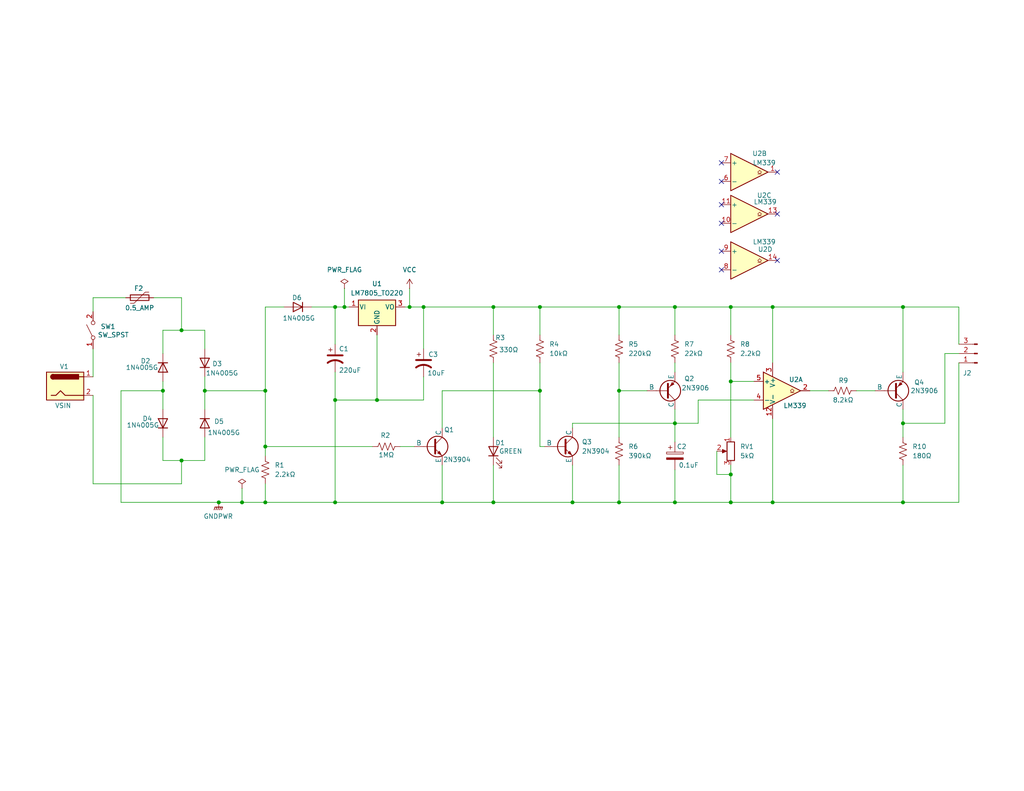
<source format=kicad_sch>
(kicad_sch (version 20231120) (generator "eeschema") (generator_version "8.0")
  (paper "A")
  (title_block (title "CMPE2150 PWM Generator - nkoirala1") (date "2024-12-09") (rev "0") (company "NAIT CNT") (comment 1 "Naresh Prasad Koirala"))
  (lib_symbols
    (symbol "Comparator:LM339" (pin_names (offset 0.127))
      (property "Reference" "U" (at 0 5.08 0))
      (property "Value" "LM339" (at 0 -5.08 0))
      (symbol "LM339_1_1"
        (polyline (pts (xy -5.08 5.08) (xy 5.08 0) (xy -5.08 -5.08) (xy -5.08 5.08)) (stroke (width 0.254)) (fill (type background)))
        (polyline (pts (xy 3.302 -0.508) (xy 2.794 -0.508) (xy 3.302 0) (xy 2.794 0.508) (xy 2.286 0) (xy 2.794 -0.508) (xy 2.286 -0.508)) (stroke (width 0.127)))
        (pin open_collector line (at 7.62 0 180) (length 2.54) (name "~") (number "2"))
        (pin input line (at -7.62 -2.54 0) (length 2.54) (name "-") (number "4"))
        (pin input line (at -7.62 2.54 0) (length 2.54) (name "+") (number "5"))
      )
      (symbol "LM339_2_1"
        (polyline (pts (xy -5.08 5.08) (xy 5.08 0) (xy -5.08 -5.08) (xy -5.08 5.08)) (stroke (width 0.254)) (fill (type background)))
        (polyline (pts (xy 3.302 -0.508) (xy 2.794 -0.508) (xy 3.302 0) (xy 2.794 0.508) (xy 2.286 0) (xy 2.794 -0.508) (xy 2.286 -0.508)) (stroke (width 0.127)))
        (pin open_collector line (at 7.62 0 180) (length 2.54) (name "~") (number "1"))
        (pin input line (at -7.62 -2.54 0) (length 2.54) (name "-") (number "6"))
        (pin input line (at -7.62 2.54 0) (length 2.54) (name "+") (number "7"))
      )
      (symbol "LM339_3_1"
        (polyline (pts (xy -5.08 5.08) (xy 5.08 0) (xy -5.08 -5.08) (xy -5.08 5.08)) (stroke (width 0.254)) (fill (type background)))
        (polyline (pts (xy 3.302 -0.508) (xy 2.794 -0.508) (xy 3.302 0) (xy 2.794 0.508) (xy 2.286 0) (xy 2.794 -0.508) (xy 2.286 -0.508)) (stroke (width 0.127)))
        (pin input line (at -7.62 -2.54 0) (length 2.54) (name "-") (number "10"))
        (pin input line (at -7.62 2.54 0) (length 2.54) (name "+") (number "11"))
        (pin open_collector line (at 7.62 0 180) (length 2.54) (name "~") (number "13"))
      )
      (symbol "LM339_4_1"
        (polyline (pts (xy -5.08 5.08) (xy 5.08 0) (xy -5.08 -5.08) (xy -5.08 5.08)) (stroke (width 0.254)) (fill (type background)))
        (polyline (pts (xy 3.302 -0.508) (xy 2.794 -0.508) (xy 3.302 0) (xy 2.794 0.508) (xy 2.286 0) (xy 2.794 -0.508) (xy 2.286 -0.508)) (stroke (width 0.127)))
        (pin open_collector line (at 7.62 0 180) (length 2.54) (name "~") (number "14"))
        (pin input line (at -7.62 -2.54 0) (length 2.54) (name "-") (number "8"))
        (pin input line (at -7.62 2.54 0) (length 2.54) (name "+") (number "9"))
      )
      (symbol "LM339_5_1"
        (pin power_in line (at -2.54 -7.62 90) (length 3.81) (name "V-") (number "12"))
        (pin power_in line (at -2.54 7.62 270) (length 3.81) (name "V+") (number "3"))
      )
    )
    (symbol "Connector:Barrel_Jack" (pin_names (offset 1.016))
      (property "Reference" "J" (at 0 5.334 0))
      (property "Value" "Barrel_Jack" (at 0 -5.08 0))
      (symbol "Barrel_Jack_0_1"
        (rectangle (start -5.08 3.81) (end 5.08 -3.81) (stroke (width 0.254)) (fill (type background)))
        (arc (start -3.302 3.175) (mid -3.9343 2.54) (end -3.302 1.905) (stroke (width 0.254)))
        (arc (start -3.302 3.175) (mid -3.9343 2.54) (end -3.302 1.905) (stroke (width 0.254)) (fill (type outline)))
        (polyline (pts (xy 5.08 2.54) (xy 3.81 2.54)) (stroke (width 0.254)))
        (polyline (pts (xy -3.81 -2.54) (xy -2.54 -2.54) (xy -1.27 -1.27) (xy 0 -2.54) (xy 2.54 -2.54) (xy 5.08 -2.54)) (stroke (width 0.254)))
        (rectangle (start 3.683 3.175) (end -3.302 1.905) (stroke (width 0.254)) (fill (type outline)))
      )
      (symbol "Barrel_Jack_1_1"
        (pin passive line (at 7.62 2.54 180) (length 2.54) (name "~") (number "1"))
        (pin passive line (at 7.62 -2.54 180) (length 2.54) (name "~") (number "2"))
      )
    )
    (symbol "Connector:Conn_01x03_Pin" (pin_names (offset 1.016) hide)
      (property "Reference" "J" (at 0 5.08 0))
      (property "Value" "Conn_01x03_Pin" (at 0 -5.08 0))
      (symbol "Conn_01x03_Pin_1_1"
        (polyline (pts (xy 1.27 -2.54) (xy 0.8636 -2.54)) (stroke (width 0.1524)))
        (polyline (pts (xy 1.27 0) (xy 0.8636 0)) (stroke (width 0.1524)))
        (polyline (pts (xy 1.27 2.54) (xy 0.8636 2.54)) (stroke (width 0.1524)))
        (rectangle (start 0.8636 -2.413) (end 0 -2.667) (stroke (width 0.1524)) (fill (type outline)))
        (rectangle (start 0.8636 0.127) (end 0 -0.127) (stroke (width 0.1524)) (fill (type outline)))
        (rectangle (start 0.8636 2.667) (end 0 2.413) (stroke (width 0.1524)) (fill (type outline)))
        (pin passive line (at 5.08 2.54 180) (length 3.81) (name "Pin_1") (number "1"))
        (pin passive line (at 5.08 0 180) (length 3.81) (name "Pin_2") (number "2"))
        (pin passive line (at 5.08 -2.54 180) (length 3.81) (name "Pin_3") (number "3"))
      )
    )
    (symbol "Device:C_Polarized" (pin_numbers hide) (pin_names (offset 0.254))
      (property "Reference" "C" (at 0.635 2.54 0))
      (property "Value" "C_Polarized" (at 0.635 -2.54 0))
      (symbol "C_Polarized_0_1"
        (rectangle (start -2.286 0.508) (end 2.286 1.016))
        (polyline (pts (xy -1.778 2.286) (xy -0.762 2.286)))
        (polyline (pts (xy -1.27 2.794) (xy -1.27 1.778)))
        (rectangle (start 2.286 -0.508) (end -2.286 -1.016) (fill (type outline)))
      )
      (symbol "C_Polarized_1_1"
        (pin passive line (at 0 3.81 270) (length 2.794) (name "~") (number "1"))
        (pin passive line (at 0 -3.81 90) (length 2.794) (name "~") (number "2"))
      )
    )
    (symbol "Device:C_Polarized_US" (pin_numbers hide) (pin_names (offset 0.254) hide)
      (property "Reference" "C" (at 0.635 2.54 0))
      (property "Value" "C_Polarized_US" (at 0.635 -2.54 0))
      (symbol "C_Polarized_US_0_1"
        (polyline (pts (xy -2.032 0.762) (xy 2.032 0.762)) (stroke (width 0.508)))
        (polyline (pts (xy -1.778 2.286) (xy -0.762 2.286)))
        (polyline (pts (xy -1.27 1.778) (xy -1.27 2.794)))
        (arc (start 2.032 -1.27) (mid 0 -0.5572) (end -2.032 -1.27) (stroke (width 0.508)))
      )
      (symbol "C_Polarized_US_1_1"
        (pin passive line (at 0 3.81 270) (length 2.794) (name "~") (number "1"))
        (pin passive line (at 0 -3.81 90) (length 3.302) (name "~") (number "2"))
      )
    )
    (symbol "Device:LED" (pin_numbers hide) (pin_names (offset 1.016) hide)
      (property "Reference" "D" (at 0 2.54 0))
      (property "Value" "LED" (at 0 -2.54 0))
      (symbol "LED_0_1"
        (polyline (pts (xy -1.27 -1.27) (xy -1.27 1.27)) (stroke (width 0.254)))
        (polyline (pts (xy -1.27 0) (xy 1.27 0)))
        (polyline (pts (xy 1.27 -1.27) (xy 1.27 1.27) (xy -1.27 0) (xy 1.27 -1.27)) (stroke (width 0.254)))
        (polyline (pts (xy -3.048 -0.762) (xy -4.572 -2.286) (xy -3.81 -2.286) (xy -4.572 -2.286) (xy -4.572 -1.524)))
        (polyline (pts (xy -1.778 -0.762) (xy -3.302 -2.286) (xy -2.54 -2.286) (xy -3.302 -2.286) (xy -3.302 -1.524)))
      )
      (symbol "LED_1_1"
        (pin passive line (at -3.81 0 0) (length 2.54) (name "K") (number "1"))
        (pin passive line (at 3.81 0 180) (length 2.54) (name "A") (number "2"))
      )
    )
    (symbol "Device:Polyfuse" (pin_numbers hide) (pin_names (offset 0))
      (property "Reference" "F" (at -2.54 0 90))
      (property "Value" "Polyfuse" (at 2.54 0 90))
      (symbol "Polyfuse_0_1"
        (rectangle (start -0.762 2.54) (end 0.762 -2.54) (stroke (width 0.254)))
        (polyline (pts (xy 0 2.54) (xy 0 -2.54)))
        (polyline (pts (xy -1.524 2.54) (xy -1.524 1.524) (xy 1.524 -1.524) (xy 1.524 -2.54)))
      )
      (symbol "Polyfuse_1_1"
        (pin passive line (at 0 3.81 270) (length 1.27) (name "~") (number "1"))
        (pin passive line (at 0 -3.81 90) (length 1.27) (name "~") (number "2"))
      )
    )
    (symbol "Device:R_Potentiometer" (pin_names (offset 1.016) hide)
      (property "Reference" "RV" (at -4.445 0 90))
      (property "Value" "R_Potentiometer" (at -2.54 0 90))
      (symbol "R_Potentiometer_0_1"
        (polyline (pts (xy 2.54 0) (xy 1.524 0)))
        (polyline (pts (xy 1.143 0) (xy 2.286 0.508) (xy 2.286 -0.508) (xy 1.143 0)) (fill (type outline)))
        (rectangle (start 1.016 2.54) (end -1.016 -2.54) (stroke (width 0.254)))
      )
      (symbol "R_Potentiometer_1_1"
        (pin passive line (at 0 3.81 270) (length 1.27) (name "1") (number "1"))
        (pin passive line (at 3.81 0 180) (length 1.27) (name "2") (number "2"))
        (pin passive line (at 0 -3.81 90) (length 1.27) (name "3") (number "3"))
      )
    )
    (symbol "Device:R_US" (pin_numbers hide) (pin_names (offset 0))
      (property "Reference" "R" (at 2.54 0 90))
      (property "Value" "R_US" (at -2.54 0 90))
      (symbol "R_US_0_1"
        (polyline (pts (xy 0 -2.286) (xy 0 -2.54)))
        (polyline (pts (xy 0 2.286) (xy 0 2.54)))
        (polyline (pts (xy 0 -0.762) (xy 1.016 -1.143) (xy 0 -1.524) (xy -1.016 -1.905) (xy 0 -2.286)))
        (polyline (pts (xy 0 0.762) (xy 1.016 0.381) (xy 0 0) (xy -1.016 -0.381) (xy 0 -0.762)))
        (polyline (pts (xy 0 2.286) (xy 1.016 1.905) (xy 0 1.524) (xy -1.016 1.143) (xy 0 0.762)))
      )
      (symbol "R_US_1_1"
        (pin passive line (at 0 3.81 270) (length 1.27) (name "~") (number "1"))
        (pin passive line (at 0 -3.81 90) (length 1.27) (name "~") (number "2"))
      )
    )
    (symbol "Diode:1N4005" (pin_numbers hide) (pin_names hide)
      (property "Reference" "D" (at 0 2.54 0))
      (property "Value" "1N4005" (at 0 -2.54 0))
      (symbol "1N4005_0_1"
        (polyline (pts (xy -1.27 1.27) (xy -1.27 -1.27)) (stroke (width 0.254)))
        (polyline (pts (xy 1.27 0) (xy -1.27 0)))
        (polyline (pts (xy 1.27 1.27) (xy 1.27 -1.27) (xy -1.27 0) (xy 1.27 1.27)) (stroke (width 0.254)))
      )
      (symbol "1N4005_1_1"
        (pin passive line (at -3.81 0 0) (length 2.54) (name "K") (number "1"))
        (pin passive line (at 3.81 0 180) (length 2.54) (name "A") (number "2"))
      )
    )
    (symbol "Regulator_Linear:LM7805_TO220" (pin_names (offset 0.254))
      (property "Reference" "U" (at -3.81 3.175 0))
      (property "Value" "LM7805_TO220" (at 0 3.175 0))
      (symbol "LM7805_TO220_0_1"
        (rectangle (start -5.08 1.905) (end 5.08 -5.08) (stroke (width 0.254)) (fill (type background)))
      )
      (symbol "LM7805_TO220_1_1"
        (pin power_in line (at -7.62 0 0) (length 2.54) (name "VI") (number "1"))
        (pin power_in line (at 0 -7.62 90) (length 2.54) (name "GND") (number "2"))
        (pin power_out line (at 7.62 0 180) (length 2.54) (name "VO") (number "3"))
      )
    )
    (symbol "Simulation_SPICE:NPN" (pin_numbers hide) (pin_names (offset 0))
      (property "Reference" "Q" (at -2.54 7.62 0))
      (property "Value" "NPN" (at -2.54 5.08 0))
      (symbol "NPN_0_1"
        (polyline (pts (xy -2.54 0) (xy 0.635 0)) (stroke (width 0.1524)))
        (polyline (pts (xy 0.635 0.635) (xy 2.54 2.54)))
        (polyline (pts (xy 2.794 -1.27) (xy 2.794 -1.27)) (stroke (width 0.1524)))
        (polyline (pts (xy 2.794 -1.27) (xy 2.794 -1.27)) (stroke (width 0.1524)))
        (polyline (pts (xy 0.635 -0.635) (xy 2.54 -2.54) (xy 2.54 -2.54)))
        (polyline (pts (xy 0.635 1.905) (xy 0.635 -1.905) (xy 0.635 -1.905)) (stroke (width 0.508)))
        (polyline (pts (xy 1.27 -1.778) (xy 1.778 -1.27) (xy 2.286 -2.286) (xy 1.27 -1.778) (xy 1.27 -1.778)) (fill (type outline)))
        (circle (center 1.27 0) (radius 2.8194) (stroke (width 0.254)))
      )
      (symbol "NPN_1_1"
        (pin open_collector line (at 2.54 5.08 270) (length 2.54) (name "C") (number "1"))
        (pin input line (at -5.08 0 0) (length 2.54) (name "B") (number "2"))
        (pin open_emitter line (at 2.54 -5.08 90) (length 2.54) (name "E") (number "3"))
      )
    )
    (symbol "Simulation_SPICE:PNP" (pin_numbers hide) (pin_names (offset 0))
      (property "Reference" "Q" (at -2.54 7.62 0))
      (property "Value" "PNP" (at -2.54 5.08 0))
      (symbol "PNP_0_1"
        (polyline (pts (xy -2.54 0) (xy 0.635 0)) (stroke (width 0.1524)))
        (polyline (pts (xy 0.635 0.635) (xy 2.54 2.54)))
        (polyline (pts (xy 0.635 -0.635) (xy 2.54 -2.54) (xy 2.54 -2.54)))
        (polyline (pts (xy 0.635 1.905) (xy 0.635 -1.905) (xy 0.635 -1.905)) (stroke (width 0.508)))
        (polyline (pts (xy 2.286 -1.778) (xy 1.778 -2.286) (xy 1.27 -1.27) (xy 2.286 -1.778) (xy 2.286 -1.778)) (fill (type outline)))
        (circle (center 1.27 0) (radius 2.8194) (stroke (width 0.254)))
      )
      (symbol "PNP_1_1"
        (pin open_collector line (at 2.54 5.08 270) (length 2.54) (name "C") (number "1"))
        (pin input line (at -5.08 0 0) (length 2.54) (name "B") (number "2"))
        (pin open_emitter line (at 2.54 -5.08 90) (length 2.54) (name "E") (number "3"))
      )
    )
    (symbol "Switch:SW_SPST" (pin_names (offset 0) hide)
      (property "Reference" "SW" (at 0 3.175 0))
      (property "Value" "SW_SPST" (at 0 -2.54 0))
      (symbol "SW_SPST_0_0"
        (circle (center -2.032 0) (radius 0.508))
        (polyline (pts (xy -1.524 0.254) (xy 1.524 1.778)))
        (circle (center 2.032 0) (radius 0.508))
      )
      (symbol "SW_SPST_1_1"
        (pin passive line (at -5.08 0 0) (length 2.54) (name "A") (number "1"))
        (pin passive line (at 5.08 0 180) (length 2.54) (name "B") (number "2"))
      )
    )
    (symbol "power:GNDPWR" (power) (pin_numbers hide) (pin_names (offset 0) hide)
      (property "Value" "GNDPWR" (at 0 -3.302 0))
      (symbol "GNDPWR_0_1"
        (polyline (pts (xy 0 -1.27) (xy 0 0)))
        (polyline (pts (xy -1.016 -1.27) (xy -1.27 -2.032) (xy -1.27 -2.032)) (stroke (width 0.2032)))
        (polyline (pts (xy -0.508 -1.27) (xy -0.762 -2.032) (xy -0.762 -2.032)) (stroke (width 0.2032)))
        (polyline (pts (xy 0 -1.27) (xy -0.254 -2.032) (xy -0.254 -2.032)) (stroke (width 0.2032)))
        (polyline (pts (xy 0.508 -1.27) (xy 0.254 -2.032) (xy 0.254 -2.032)) (stroke (width 0.2032)))
        (polyline (pts (xy 1.016 -1.27) (xy -1.016 -1.27) (xy -1.016 -1.27)) (stroke (width 0.2032)))
        (polyline (pts (xy 1.016 -1.27) (xy 0.762 -2.032) (xy 0.762 -2.032) (xy 0.762 -2.032)) (stroke (width 0.2032)))
      )
      (symbol "GNDPWR_1_1"
        (pin power_in line (at 0 0 270) (length 0) (name "~") (number "1"))
      )
    )
    (symbol "power:PWR_FLAG" (power) (pin_numbers hide) (pin_names (offset 0) hide)
      (property "Value" "PWR_FLAG" (at 0 3.81 0))
      (symbol "PWR_FLAG_0_0"
        (pin power_out line (at 0 0 90) (length 0) (name "~") (number "1"))
      )
      (symbol "PWR_FLAG_0_1"
        (polyline (pts (xy 0 0) (xy 0 1.27) (xy -1.016 1.905) (xy 0 2.54) (xy 1.016 1.905) (xy 0 1.27)))
      )
    )
    (symbol "power:VCC" (power) (pin_numbers hide) (pin_names (offset 0) hide)
      (property "Value" "VCC" (at 0 3.556 0))
      (symbol "VCC_0_1"
        (polyline (pts (xy -0.762 1.27) (xy 0 2.54)))
        (polyline (pts (xy 0 0) (xy 0 2.54)))
        (polyline (pts (xy 0 2.54) (xy 0.762 1.27)))
      )
      (symbol "VCC_1_1"
        (pin power_in line (at 0 0 90) (length 0) (name "~") (number "1"))
      )
    )
  )
  (junction (at 199.39 83.82))
  (junction (at 168.91 83.82))
  (junction (at 72.39 121.92))
  (junction (at 115.57 83.82))
  (junction (at 120.65 137.16))
  (junction (at 59.69 137.16))
  (junction (at 199.39 137.16))
  (junction (at 246.38 137.16))
  (junction (at 49.53 125.73))
  (junction (at 168.91 106.68))
  (junction (at 184.15 137.16))
  (junction (at 184.15 83.82))
  (junction (at 199.39 104.14))
  (junction (at 134.62 83.82))
  (junction (at 66.04 137.16))
  (junction (at 55.88 106.68))
  (junction (at 210.82 137.16))
  (junction (at 44.45 106.68))
  (junction (at 147.32 83.82))
  (junction (at 147.32 106.68))
  (junction (at 246.38 115.57))
  (junction (at 72.39 106.68))
  (junction (at 168.91 137.16))
  (junction (at 111.76 83.82))
  (junction (at 91.44 137.16))
  (junction (at 199.39 129.54))
  (junction (at 210.82 83.82))
  (junction (at 156.21 137.16))
  (junction (at 91.44 109.22))
  (junction (at 184.15 115.57))
  (junction (at 246.38 83.82))
  (junction (at 49.53 90.17))
  (junction (at 91.44 83.82))
  (junction (at 102.87 109.22))
  (junction (at 134.62 137.16))
  (junction (at 93.98 83.82))
  (junction (at 72.39 137.16))
  (no_connect (at 212.09 58.42))
  (no_connect (at 212.09 71.12))
  (no_connect (at 196.85 73.66))
  (no_connect (at 196.85 60.96))
  (no_connect (at 196.85 44.45))
  (no_connect (at 196.85 55.88))
  (no_connect (at 196.85 49.53))
  (no_connect (at 212.09 46.99))
  (no_connect (at 196.85 68.58))
  (wire (pts (xy 210.82 137.16) (xy 199.39 137.16)))
  (wire (pts (xy 115.57 83.82) (xy 115.57 95.25)))
  (wire (pts (xy 44.45 104.14) (xy 44.45 106.68)))
  (wire (pts (xy 134.62 83.82) (xy 134.62 91.44)))
  (wire (pts (xy 72.39 121.92) (xy 72.39 124.46)))
  (wire (pts (xy 184.15 137.16) (xy 199.39 137.16)))
  (wire (pts (xy 33.02 106.68) (xy 44.45 106.68)))
  (wire (pts (xy 120.65 116.84) (xy 120.65 106.68)))
  (wire (pts (xy 168.91 127) (xy 168.91 137.16)))
  (wire (pts (xy 72.39 83.82) (xy 77.47 83.82)))
  (wire (pts (xy 72.39 83.82) (xy 72.39 106.68)))
  (wire (pts (xy 156.21 115.57) (xy 184.15 115.57)))
  (wire (pts (xy 41.91 81.28) (xy 49.53 81.28)))
  (wire (pts (xy 246.38 137.16) (xy 261.62 137.16)))
  (wire (pts (xy 49.53 125.73) (xy 55.88 125.73)))
  (wire (pts (xy 109.22 121.92) (xy 113.03 121.92)))
  (wire (pts (xy 168.91 106.68) (xy 176.53 106.68)))
  (wire (pts (xy 195.58 129.54) (xy 199.39 129.54)))
  (wire (pts (xy 257.81 96.52) (xy 261.62 96.52)))
  (wire (pts (xy 147.32 99.06) (xy 147.32 106.68)))
  (wire (pts (xy 72.39 121.92) (xy 101.6 121.92)))
  (wire (pts (xy 199.39 104.14) (xy 205.74 104.14)))
  (wire (pts (xy 210.82 137.16) (xy 246.38 137.16)))
  (wire (pts (xy 184.15 115.57) (xy 190.5 115.57)))
  (wire (pts (xy 44.45 90.17) (xy 49.53 90.17)))
  (wire (pts (xy 184.15 115.57) (xy 184.15 120.65)))
  (wire (pts (xy 25.4 107.95) (xy 25.4 132.08)))
  (wire (pts (xy 184.15 111.76) (xy 184.15 115.57)))
  (wire (pts (xy 91.44 137.16) (xy 120.65 137.16)))
  (wire (pts (xy 210.82 83.82) (xy 246.38 83.82)))
  (wire (pts (xy 33.02 137.16) (xy 59.69 137.16)))
  (wire (pts (xy 190.5 115.57) (xy 190.5 109.22)))
  (wire (pts (xy 134.62 127) (xy 134.62 137.16)))
  (wire (pts (xy 210.82 114.3) (xy 210.82 137.16)))
  (wire (pts (xy 147.32 83.82) (xy 147.32 91.44)))
  (wire (pts (xy 44.45 96.52) (xy 44.45 90.17)))
  (wire (pts (xy 93.98 83.82) (xy 95.25 83.82)))
  (wire (pts (xy 168.91 83.82) (xy 184.15 83.82)))
  (wire (pts (xy 85.09 83.82) (xy 91.44 83.82)))
  (wire (pts (xy 120.65 137.16) (xy 134.62 137.16)))
  (wire (pts (xy 184.15 83.82) (xy 199.39 83.82)))
  (wire (pts (xy 246.38 115.57) (xy 246.38 119.38)))
  (wire (pts (xy 111.76 83.82) (xy 115.57 83.82)))
  (wire (pts (xy 156.21 127) (xy 156.21 137.16)))
  (wire (pts (xy 120.65 127) (xy 120.65 137.16)))
  (wire (pts (xy 261.62 99.06) (xy 261.62 137.16)))
  (wire (pts (xy 246.38 115.57) (xy 257.81 115.57)))
  (wire (pts (xy 66.04 133.35) (xy 66.04 137.16)))
  (wire (pts (xy 156.21 137.16) (xy 134.62 137.16)))
  (wire (pts (xy 195.58 123.19) (xy 195.58 129.54)))
  (wire (pts (xy 257.81 96.52) (xy 257.81 115.57)))
  (wire (pts (xy 49.53 81.28) (xy 49.53 90.17)))
  (wire (pts (xy 102.87 91.44) (xy 102.87 109.22)))
  (wire (pts (xy 55.88 125.73) (xy 55.88 119.38)))
  (wire (pts (xy 91.44 101.6) (xy 91.44 109.22)))
  (wire (pts (xy 25.4 95.25) (xy 25.4 102.87)))
  (wire (pts (xy 33.02 137.16) (xy 33.02 106.68)))
  (wire (pts (xy 115.57 102.87) (xy 115.57 109.22)))
  (wire (pts (xy 25.4 132.08) (xy 49.53 132.08)))
  (wire (pts (xy 190.5 109.22) (xy 205.74 109.22)))
  (wire (pts (xy 134.62 83.82) (xy 147.32 83.82)))
  (wire (pts (xy 184.15 99.06) (xy 184.15 101.6)))
  (wire (pts (xy 91.44 109.22) (xy 91.44 137.16)))
  (wire (pts (xy 233.68 106.68) (xy 238.76 106.68)))
  (wire (pts (xy 246.38 83.82) (xy 261.62 83.82)))
  (wire (pts (xy 44.45 125.73) (xy 49.53 125.73)))
  (wire (pts (xy 72.39 106.68) (xy 72.39 121.92)))
  (wire (pts (xy 199.39 83.82) (xy 210.82 83.82)))
  (wire (pts (xy 44.45 119.38) (xy 44.45 125.73)))
  (wire (pts (xy 210.82 83.82) (xy 210.82 99.06)))
  (wire (pts (xy 184.15 128.27) (xy 184.15 137.16)))
  (wire (pts (xy 156.21 137.16) (xy 168.91 137.16)))
  (wire (pts (xy 134.62 99.06) (xy 134.62 119.38)))
  (wire (pts (xy 91.44 109.22) (xy 102.87 109.22)))
  (wire (pts (xy 168.91 83.82) (xy 168.91 91.44)))
  (wire (pts (xy 168.91 106.68) (xy 168.91 119.38)))
  (wire (pts (xy 168.91 137.16) (xy 184.15 137.16)))
  (wire (pts (xy 199.39 129.54) (xy 199.39 137.16)))
  (wire (pts (xy 199.39 104.14) (xy 199.39 119.38)))
  (wire (pts (xy 147.32 106.68) (xy 147.32 121.92)))
  (wire (pts (xy 72.39 132.08) (xy 72.39 137.16)))
  (wire (pts (xy 111.76 78.74) (xy 111.76 83.82)))
  (wire (pts (xy 93.98 78.74) (xy 93.98 83.82)))
  (wire (pts (xy 55.88 106.68) (xy 72.39 106.68)))
  (wire (pts (xy 55.88 102.87) (xy 55.88 106.68)))
  (wire (pts (xy 115.57 83.82) (xy 134.62 83.82)))
  (wire (pts (xy 246.38 83.82) (xy 246.38 101.6)))
  (wire (pts (xy 147.32 121.92) (xy 148.59 121.92)))
  (wire (pts (xy 59.69 137.16) (xy 66.04 137.16)))
  (wire (pts (xy 246.38 111.76) (xy 246.38 115.57)))
  (wire (pts (xy 49.53 132.08) (xy 49.53 125.73)))
  (wire (pts (xy 156.21 116.84) (xy 156.21 115.57)))
  (wire (pts (xy 199.39 99.06) (xy 199.39 104.14)))
  (wire (pts (xy 147.32 83.82) (xy 168.91 83.82)))
  (wire (pts (xy 110.49 83.82) (xy 111.76 83.82)))
  (wire (pts (xy 220.98 106.68) (xy 226.06 106.68)))
  (wire (pts (xy 49.53 90.17) (xy 55.88 90.17)))
  (wire (pts (xy 261.62 83.82) (xy 261.62 93.98)))
  (wire (pts (xy 66.04 137.16) (xy 72.39 137.16)))
  (wire (pts (xy 25.4 81.28) (xy 34.29 81.28)))
  (wire (pts (xy 199.39 127) (xy 199.39 129.54)))
  (wire (pts (xy 25.4 81.28) (xy 25.4 85.09)))
  (wire (pts (xy 91.44 83.82) (xy 93.98 83.82)))
  (wire (pts (xy 44.45 106.68) (xy 44.45 111.76)))
  (wire (pts (xy 91.44 83.82) (xy 91.44 93.98)))
  (wire (pts (xy 199.39 83.82) (xy 199.39 91.44)))
  (wire (pts (xy 91.44 137.16) (xy 72.39 137.16)))
  (wire (pts (xy 120.65 106.68) (xy 147.32 106.68)))
  (wire (pts (xy 55.88 106.68) (xy 55.88 111.76)))
  (wire (pts (xy 55.88 90.17) (xy 55.88 95.25)))
  (wire (pts (xy 246.38 127) (xy 246.38 137.16)))
  (wire (pts (xy 102.87 109.22) (xy 115.57 109.22)))
  (wire (pts (xy 184.15 83.82) (xy 184.15 91.44)))
  (wire (pts (xy 168.91 99.06) (xy 168.91 106.68)))
  (symbol (lib_id "Diode:1N4005") (at 55.88 115.57 270) (unit 1)
    (property "Reference" "D5" (at 58.42 115.062 90) (effects (justify left)))
    (property "Value" "1N4005G" (at 56.642 118.11 90) (effects (justify left)))
    (property "Footprint" "Diode_SMD:D_0805_2012Metric_Pad1.15x1.40mm_HandSolder" (effects (hide yes)))
    (property "Datasheet" "http://www.vishay.com/docs/88503/1n4001.pdf" (effects (hide yes)))
    (property "Description" "600V 1A General Purpose Rectifier Diode, DO-41" (effects (hide yes)))
    (property "Sim.Device" "D" (effects (hide yes)))
    (property "Sim.Pins" "1=K 2=A" (effects (hide yes)))
  )
  (symbol (lib_id "Device:R_US") (at 168.91 95.25 0) (unit 1)
    (property "Reference" "R5" (at 171.45 93.9799 0) (effects (justify left)))
    (property "Value" "220kΩ" (at 171.45 96.5199 0) (effects (justify left)))
    (property "Footprint" "Resistor_SMD:R_0805_2012Metric_Pad1.20x1.40mm_HandSolder" (effects (hide yes)))
    (property "Description" "Resistor, US symbol" (effects (hide yes)))
  )
  (symbol (lib_id "Device:R_US") (at 134.62 95.25 0) (unit 1)
    (property "Reference" "R3" (at 135.128 92.202 0) (effects (justify left)))
    (property "Value" "330Ω" (at 136.144 95.504 0) (effects (justify left)))
    (property "Footprint" "Resistor_SMD:R_0805_2012Metric_Pad1.20x1.40mm_HandSolder" (effects (hide yes)))
    (property "Description" "Resistor, US symbol" (effects (hide yes)))
  )
  (symbol (lib_id "Comparator:LM339") (at 204.47 46.99 0) (unit 2)
    (property "Reference" "U2" (at 207.264 41.91 0))
    (property "Value" "LM339" (at 208.534 44.45 0))
    (property "Footprint" "Package_SO:SOIC-14-16_3.9x9.9mm_P1.27mm" (effects (hide yes)))
    (property "Datasheet" "https://www.st.com/resource/en/datasheet/lm139.pdf" (effects (hide yes)))
    (property "Description" "Quad Differential Comparators, SOIC-14/TSSOP-14" (effects (hide yes)))
    (property "Sim.Library" ".\\" (effects (hide yes)))
  )
  (symbol (lib_id "Regulator_Linear:LM7805_TO220") (at 102.87 83.82 0) (unit 1)
    (property "Reference" "U1" (at 102.87 77.47 0))
    (property "Value" "LM7805_TO220" (at 102.87 80.01 0))
    (property "Footprint" "Package_TO_SOT_THT:TO-220-3_Vertical" (effects (hide yes)))
    (property "Datasheet" "https://www.onsemi.cn/PowerSolutions/document/MC7800-D.PDF" (effects (hide yes)))
    (property "Description" "Positive 1A 35V Linear Regulator, Fixed Output 5V, TO-220" (effects (hide yes)))
  )
  (symbol (lib_id "Diode:1N4005") (at 44.45 115.57 90) (unit 1)
    (property "Reference" "D4" (at 38.862 114.3 90) (effects (justify right)))
    (property "Value" "1N4005G" (at 34.544 116.078 90) (effects (justify right)))
    (property "Footprint" "Diode_SMD:D_0805_2012Metric_Pad1.15x1.40mm_HandSolder" (effects (hide yes)))
    (property "Datasheet" "http://www.vishay.com/docs/88503/1n4001.pdf" (effects (hide yes)))
    (property "Description" "600V 1A General Purpose Rectifier Diode, DO-41" (effects (hide yes)))
    (property "Sim.Device" "D" (effects (hide yes)))
    (property "Sim.Pins" "1=K 2=A" (effects (hide yes)))
  )
  (symbol (lib_id "Switch:SW_SPST") (at 25.4 90.17 90) (unit 1)
    (property "Reference" "SW1" (at 27.432 89.154 90) (effects (justify right)))
    (property "Value" "SW_SPST" (at 26.67 91.4399 90) (effects (justify right)))
    (property "Footprint" "Button_Switch_SMD:SW_DIP_SPSTx01_Slide_6.7x4.1mm_W6.73mm_P2.54mm_LowProfile_JPin" (effects (hide yes)))
    (property "Description" "Single Pole Single Throw (SPST) switch" (effects (hide yes)))
  )
  (symbol (lib_id "Device:R_Potentiometer") (at 199.39 123.19 0) (mirror y) (unit 1)
    (property "Reference" "RV1" (at 201.93 121.9199 0) (effects (justify right)))
    (property "Value" "5kΩ" (at 201.93 124.4599 0) (effects (justify right)))
    (property "Footprint" "Potentiometer_THT:Potentiometer_Bourns_3296W_Vertical" (effects (hide yes)))
    (property "Description" "Potentiometer" (effects (hide yes)))
  )
  (symbol (lib_id "Diode:1N4005") (at 44.45 100.33 270) (unit 1)
    (property "Reference" "D2" (at 38.354 98.552 90) (effects (justify left)))
    (property "Value" "1N4005G" (at 34.29 100.33 90) (effects (justify left)))
    (property "Footprint" "Diode_SMD:D_0805_2012Metric_Pad1.15x1.40mm_HandSolder" (effects (hide yes)))
    (property "Datasheet" "http://www.vishay.com/docs/88503/1n4001.pdf" (effects (hide yes)))
    (property "Description" "600V 1A General Purpose Rectifier Diode, DO-41" (effects (hide yes)))
    (property "Sim.Device" "D" (effects (hide yes)))
    (property "Sim.Pins" "1=K 2=A" (effects (hide yes)))
  )
  (symbol (lib_id "Simulation_SPICE:NPN") (at 153.67 121.92 0) (unit 1)
    (property "Reference" "Q3" (at 158.75 120.6499 0) (effects (justify left)))
    (property "Value" "2N3904" (at 158.75 123.1899 0) (effects (justify left)))
    (property "Footprint" "Package_TO_SOT_SMD:SOT-23" (effects (hide yes)))
    (property "Datasheet" "https://ngspice.sourceforge.io/docs/ngspice-html-manual/manual.xhtml#cha_BJTs" (effects (hide yes)))
    (property "Description" "Bipolar transistor symbol for simulation only, substrate tied to the emitter" (effects (hide yes)))
    (property "Sim.Device" "NPN" (effects (hide yes)))
    (property "Sim.Type" "GUMMELPOON" (effects (hide yes)))
    (property "Sim.Pins" "1=C 2=B 3=E" (effects (hide yes)))
  )
  (symbol (lib_id "Connector:Barrel_Jack") (at 17.78 105.41 0) (unit 1)
    (property "Reference" "V1" (at 17.526 100.076 0))
    (property "Value" "VSIN" (at 14.986 110.744 0) (effects (justify left)))
    (property "Footprint" "Connector_BarrelJack:BarrelJack_CUI_PJ-063AH_Horizontal" (effects (hide yes)))
    (property "Description" "DC Barrel Jack" (effects (hide yes)))
    (property "Sim.Pins" "1=+ 2=-" (effects (hide yes)))
    (property "Sim.Params" "dc=0 ampl=1 f=1k ac=1" (effects (hide yes)))
    (property "Sim.Type" "SIN" (effects (hide yes)))
    (property "Sim.Device" "V" (effects (hide yes)))
  )
  (symbol (lib_id "Device:C_Polarized_US") (at 91.44 97.79 0) (unit 1)
    (property "Reference" "C1" (at 92.456 95.25 0) (effects (justify left)))
    (property "Value" "220uF" (at 92.456 101.092 0) (effects (justify left)))
    (property "Footprint" "Wurth_Elektronik_220uf:Wurth_Elektronik_220uf" (effects (hide yes)))
    (property "Description" "Polarized capacitor, US symbol" (effects (hide yes)))
  )
  (symbol (lib_id "Device:R_US") (at 184.15 95.25 0) (unit 1)
    (property "Reference" "R7" (at 186.69 93.9799 0) (effects (justify left)))
    (property "Value" "22kΩ" (at 186.69 96.5199 0) (effects (justify left)))
    (property "Footprint" "Resistor_SMD:R_0805_2012Metric_Pad1.20x1.40mm_HandSolder" (effects (hide yes)))
    (property "Description" "Resistor, US symbol" (effects (hide yes)))
  )
  (symbol (lib_id "Device:R_US") (at 105.41 121.92 90) (unit 1)
    (property "Reference" "R2" (at 105.156 118.872 90))
    (property "Value" "1MΩ" (at 105.41 124.206 90))
    (property "Footprint" "Resistor_SMD:R_0805_2012Metric_Pad1.20x1.40mm_HandSolder" (effects (hide yes)))
    (property "Description" "Resistor, US symbol" (effects (hide yes)))
  )
  (symbol (lib_id "Simulation_SPICE:NPN") (at 118.11 121.92 0) (unit 1)
    (property "Reference" "Q1" (at 121.158 117.348 0) (effects (justify left)))
    (property "Value" "2N3904" (at 120.904 125.476 0) (effects (justify left)))
    (property "Footprint" "Package_TO_SOT_SMD:SOT-23" (effects (hide yes)))
    (property "Datasheet" "https://ngspice.sourceforge.io/docs/ngspice-html-manual/manual.xhtml#cha_BJTs" (effects (hide yes)))
    (property "Description" "Bipolar transistor symbol for simulation only, substrate tied to the emitter" (effects (hide yes)))
    (property "Sim.Device" "NPN" (effects (hide yes)))
    (property "Sim.Type" "GUMMELPOON" (effects (hide yes)))
    (property "Sim.Pins" "1=C 2=B 3=E" (effects (hide yes)))
  )
  (symbol (lib_id "Diode:1N4005") (at 81.28 83.82 180) (unit 1)
    (property "Reference" "D6" (at 81.026 81.28 0))
    (property "Value" "1N4005G" (at 81.534 86.868 0))
    (property "Footprint" "Diode_SMD:D_0805_2012Metric_Pad1.15x1.40mm_HandSolder" (effects (hide yes)))
    (property "Datasheet" "http://www.vishay.com/docs/88503/1n4001.pdf" (effects (hide yes)))
    (property "Description" "600V 1A General Purpose Rectifier Diode, DO-41" (effects (hide yes)))
    (property "Sim.Device" "D" (effects (hide yes)))
    (property "Sim.Pins" "1=K 2=A" (effects (hide yes)))
  )
  (symbol (lib_id "Simulation_SPICE:PNP") (at 181.61 106.68 0) (mirror x) (unit 1)
    (property "Reference" "Q2" (at 186.69 103.378 0) (effects (justify left)))
    (property "Value" "2N3906" (at 185.928 105.918 0) (effects (justify left)))
    (property "Footprint" "Package_TO_SOT_SMD:SOT-23" (effects (hide yes)))
    (property "Datasheet" "https://ngspice.sourceforge.io/docs/ngspice-html-manual/manual.xhtml#cha_BJTs" (effects (hide yes)))
    (property "Description" "Bipolar transistor symbol for simulation only, substrate tied to the emitter" (effects (hide yes)))
    (property "Sim.Device" "PNP" (effects (hide yes)))
    (property "Sim.Type" "GUMMELPOON" (effects (hide yes)))
    (property "Sim.Pins" "1=C 2=B 3=E" (effects (hide yes)))
  )
  (symbol (lib_id "Device:R_US") (at 229.87 106.68 90) (unit 1)
    (property "Reference" "R9" (at 230.124 103.886 90))
    (property "Value" "8.2kΩ" (at 232.918 109.22 90) (effects (justify left)))
    (property "Footprint" "Resistor_SMD:R_0805_2012Metric_Pad1.20x1.40mm_HandSolder" (effects (hide yes)))
    (property "Description" "Resistor, US symbol" (effects (hide yes)))
  )
  (symbol (lib_id "Device:C_Polarized") (at 184.15 124.46 0) (unit 1)
    (property "Reference" "C2" (at 184.658 121.92 0) (effects (justify left)))
    (property "Value" "0.1uF" (at 185.166 127 0) (effects (justify left)))
    (property "Footprint" "Capacitor_SMD:C_0805_2012Metric" (effects (hide yes)))
    (property "Description" "Polarized capacitor" (effects (hide yes)))
  )
  (symbol (lib_id "Device:Polyfuse") (at 38.1 81.28 90) (unit 1)
    (property "Reference" "F2" (at 37.846 78.74 90))
    (property "Value" "0.5_AMP" (at 38.1 84.074 90))
    (property "Footprint" "NANOSMDC016F-2:RESC3115X65N" (effects (hide yes)))
    (property "Description" "Resettable fuse, polymeric positive temperature coefficient" (effects (hide yes)))
  )
  (symbol (lib_id "Device:R_US") (at 72.39 128.27 0) (unit 1)
    (property "Reference" "R1" (at 74.93 126.9999 0) (effects (justify left)))
    (property "Value" "2.2kΩ" (at 74.93 129.5399 0) (effects (justify left)))
    (property "Footprint" "Resistor_SMD:R_0805_2012Metric_Pad1.20x1.40mm_HandSolder" (effects (hide yes)))
    (property "Description" "Resistor, US symbol" (effects (hide yes)))
  )
  (symbol (lib_id "power:GNDPWR") (at 59.69 137.16 0) (unit 1)
    (property "Reference" "#PWR02" (effects (hide yes)))
    (property "Value" "GNDPWR" (at 59.563 140.97 0))
    (property "Description" "Power symbol creates a global label with name \"GNDPWR\" , global ground" (effects (hide yes)))
  )
  (symbol (lib_id "Device:R_US") (at 147.32 95.25 0) (unit 1)
    (property "Reference" "R4" (at 149.86 93.9799 0) (effects (justify left)))
    (property "Value" "10kΩ" (at 149.86 96.5199 0) (effects (justify left)))
    (property "Footprint" "Resistor_SMD:R_0805_2012Metric_Pad1.20x1.40mm_HandSolder" (effects (hide yes)))
    (property "Description" "Resistor, US symbol" (effects (hide yes)))
  )
  (symbol (lib_id "Comparator:LM339") (at 204.47 58.42 0) (unit 3)
    (property "Reference" "U2" (at 208.534 53.34 0))
    (property "Value" "LM339" (at 208.788 55.118 0))
    (property "Footprint" "Package_SO:SOIC-14-16_3.9x9.9mm_P1.27mm" (effects (hide yes)))
    (property "Datasheet" "https://www.st.com/resource/en/datasheet/lm139.pdf" (effects (hide yes)))
    (property "Description" "Quad Differential Comparators, SOIC-14/TSSOP-14" (effects (hide yes)))
    (property "Sim.Library" ".\\" (effects (hide yes)))
  )
  (symbol (lib_id "Device:C_Polarized_US") (at 115.57 99.06 0) (unit 1)
    (property "Reference" "C3" (at 116.84 96.774 0) (effects (justify left)))
    (property "Value" "10uF" (at 116.586 101.854 0) (effects (justify left)))
    (property "Footprint" "Wurth_Elektronik_10uf:Wurth_Elektronik_10uf" (effects (hide yes)))
    (property "Description" "Polarized capacitor, US symbol" (effects (hide yes)))
  )
  (symbol (lib_id "Simulation_SPICE:PNP") (at 243.84 106.68 0) (mirror x) (unit 1)
    (property "Reference" "Q4" (at 249.428 104.394 0) (effects (justify left)))
    (property "Value" "2N3906" (at 248.412 106.68 0) (effects (justify left)))
    (property "Footprint" "Package_TO_SOT_SMD:SOT-23" (effects (hide yes)))
    (property "Datasheet" "https://ngspice.sourceforge.io/docs/ngspice-html-manual/manual.xhtml#cha_BJTs" (effects (hide yes)))
    (property "Description" "Bipolar transistor symbol for simulation only, substrate tied to the emitter" (effects (hide yes)))
    (property "Sim.Device" "PNP" (effects (hide yes)))
    (property "Sim.Type" "GUMMELPOON" (effects (hide yes)))
    (property "Sim.Pins" "1=C 2=B 3=E" (effects (hide yes)))
  )
  (symbol (lib_id "Connector:Conn_01x03_Pin") (at 266.7 96.52 180) (unit 1)
    (property "Reference" "J2" (at 263.906 101.854 0))
    (property "Value" "Conn_01x03_Pin" (effects (hide yes)))
    (property "Footprint" "Connector_PinHeader_2.54mm:PinHeader_1x03_P2.54mm_Vertical" (effects (hide yes)))
    (property "Description" "Generic connector, single row, 01x03, script generated" (effects (hide yes)))
  )
  (symbol (lib_id "Comparator:LM339") (at 213.36 106.68 0) (unit 1)
    (property "Reference" "U2" (at 217.17 103.632 0))
    (property "Value" "LM339" (at 216.916 110.744 0))
    (property "Footprint" "Package_SO:SOIC-14-16_3.9x9.9mm_P1.27mm" (effects (hide yes)))
    (property "Datasheet" "https://www.st.com/resource/en/datasheet/lm139.pdf" (effects (hide yes)))
    (property "Description" "Quad Differential Comparators, SOIC-14/TSSOP-14" (effects (hide yes)))
    (property "Sim.Library" ".\\" (effects (hide yes)))
  )
  (symbol (lib_id "Device:R_US") (at 199.39 95.25 0) (unit 1)
    (property "Reference" "R8" (at 201.93 93.9799 0) (effects (justify left)))
    (property "Value" "2.2kΩ" (at 201.93 96.5199 0) (effects (justify left)))
    (property "Footprint" "Resistor_SMD:R_0805_2012Metric_Pad1.20x1.40mm_HandSolder" (effects (hide yes)))
    (property "Description" "Resistor, US symbol" (effects (hide yes)))
  )
  (symbol (lib_id "Device:R_US") (at 246.38 123.19 0) (unit 1)
    (property "Reference" "R10" (at 248.92 121.9199 0) (effects (justify left)))
    (property "Value" "180Ω" (at 248.92 124.4599 0) (effects (justify left)))
    (property "Footprint" "Resistor_SMD:R_0805_2012Metric_Pad1.20x1.40mm_HandSolder" (effects (hide yes)))
    (property "Description" "Resistor, US symbol" (effects (hide yes)))
  )
  (symbol (lib_id "Comparator:LM339") (at 204.47 71.12 0) (unit 4)
    (property "Reference" "U2" (at 208.788 68.072 0))
    (property "Value" "LM339" (at 208.534 66.04 0))
    (property "Footprint" "Package_SO:SOIC-14-16_3.9x9.9mm_P1.27mm" (effects (hide yes)))
    (property "Datasheet" "https://www.st.com/resource/en/datasheet/lm139.pdf" (effects (hide yes)))
    (property "Description" "Quad Differential Comparators, SOIC-14/TSSOP-14" (effects (hide yes)))
    (property "Sim.Library" ".\\" (effects (hide yes)))
  )
  (symbol (lib_id "power:PWR_FLAG") (at 66.04 133.35 0) (unit 1)
    (property "Reference" "#FLG02" (effects (hide yes)))
    (property "Value" "PWR_FLAG" (at 66.04 128.27 0))
    (property "Description" "Special symbol for telling ERC where power comes from" (effects (hide yes)))
  )
  (symbol (lib_id "Diode:1N4005") (at 55.88 99.06 90) (unit 1)
    (property "Reference" "D3" (at 57.912 99.314 90) (effects (justify right)))
    (property "Value" "1N4005G" (at 56.134 101.854 90) (effects (justify right)))
    (property "Footprint" "Diode_SMD:D_0805_2012Metric_Pad1.15x1.40mm_HandSolder" (effects (hide yes)))
    (property "Datasheet" "http://www.vishay.com/docs/88503/1n4001.pdf" (effects (hide yes)))
    (property "Description" "600V 1A General Purpose Rectifier Diode, DO-41" (effects (hide yes)))
    (property "Sim.Device" "D" (effects (hide yes)))
    (property "Sim.Pins" "1=K 2=A" (effects (hide yes)))
  )
  (symbol (lib_id "power:VCC") (at 111.76 78.74 0) (unit 1)
    (property "Reference" "#PWR01" (effects (hide yes)))
    (property "Value" "VCC" (at 111.76 73.66 0))
    (property "Description" "Power symbol creates a global label with name \"VCC\"" (effects (hide yes)))
  )
  (symbol (lib_id "Comparator:LM339") (at 213.36 106.68 0) (unit 5)
    (property "Reference" "U2" (effects (hide yes)))
    (property "Value" "LM339" (effects (hide yes)))
    (property "Footprint" "Package_SO:SOIC-14-16_3.9x9.9mm_P1.27mm" (effects (hide yes)))
    (property "Datasheet" "https://www.st.com/resource/en/datasheet/lm139.pdf" (effects (hide yes)))
    (property "Description" "Quad Differential Comparators, SOIC-14/TSSOP-14" (effects (hide yes)))
    (property "Sim.Library" ".\\" (effects (hide yes)))
  )
  (symbol (lib_id "Device:R_US") (at 168.91 123.19 0) (unit 1)
    (property "Reference" "R6" (at 171.45 121.9199 0) (effects (justify left)))
    (property "Value" "390kΩ" (at 171.45 124.4599 0) (effects (justify left)))
    (property "Footprint" "Resistor_SMD:R_0805_2012Metric_Pad1.20x1.40mm_HandSolder" (effects (hide yes)))
    (property "Description" "Resistor, US symbol" (effects (hide yes)))
  )
  (symbol (lib_id "power:PWR_FLAG") (at 93.98 78.74 0) (unit 1)
    (property "Reference" "#FLG01" (effects (hide yes)))
    (property "Value" "PWR_FLAG" (at 93.98 73.66 0))
    (property "Description" "Special symbol for telling ERC where power comes from" (effects (hide yes)))
  )
  (symbol (lib_id "Device:LED") (at 134.62 123.19 90) (unit 1)
    (property "Reference" "D1" (at 135.128 120.904 90) (effects (justify right)))
    (property "Value" "GREEN" (at 136.144 123.19 90) (effects (justify right)))
    (property "Footprint" "LED_THT:LED_D5.0mm" (effects (hide yes)))
    (property "Description" "Light emitting diode" (effects (hide yes)))
  )
)
</source>
